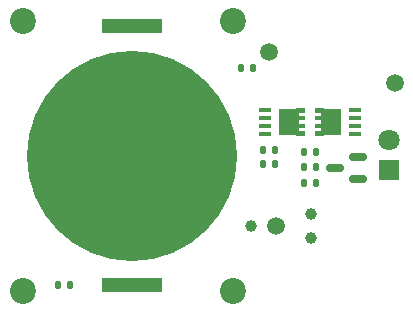
<source format=gts>
%TF.GenerationSoftware,KiCad,Pcbnew,7.0.6*%
%TF.CreationDate,2024-04-07T09:56:08-04:00*%
%TF.ProjectId,Safe-To-Mate-O-Matic-v4,53616665-2d54-46f2-9d4d-6174652d4f2d,rev?*%
%TF.SameCoordinates,Original*%
%TF.FileFunction,Soldermask,Top*%
%TF.FilePolarity,Negative*%
%FSLAX46Y46*%
G04 Gerber Fmt 4.6, Leading zero omitted, Abs format (unit mm)*
G04 Created by KiCad (PCBNEW 7.0.6) date 2024-04-07 09:56:08*
%MOMM*%
%LPD*%
G01*
G04 APERTURE LIST*
G04 Aperture macros list*
%AMRoundRect*
0 Rectangle with rounded corners*
0 $1 Rounding radius*
0 $2 $3 $4 $5 $6 $7 $8 $9 X,Y pos of 4 corners*
0 Add a 4 corners polygon primitive as box body*
4,1,4,$2,$3,$4,$5,$6,$7,$8,$9,$2,$3,0*
0 Add four circle primitives for the rounded corners*
1,1,$1+$1,$2,$3*
1,1,$1+$1,$4,$5*
1,1,$1+$1,$6,$7*
1,1,$1+$1,$8,$9*
0 Add four rect primitives between the rounded corners*
20,1,$1+$1,$2,$3,$4,$5,0*
20,1,$1+$1,$4,$5,$6,$7,0*
20,1,$1+$1,$6,$7,$8,$9,0*
20,1,$1+$1,$8,$9,$2,$3,0*%
%AMFreePoly0*
4,1,21,1.372500,0.787500,0.862500,0.787500,0.862500,0.532500,1.372500,0.532500,1.372500,0.127500,0.862500,0.127500,0.862500,-0.127500,1.372500,-0.127500,1.372500,-0.532500,0.862500,-0.532500,0.862500,-0.787500,1.372500,-0.787500,1.372500,-1.195000,0.612500,-1.195000,0.612500,-1.117500,-0.862500,-1.117500,-0.862500,1.117500,0.612500,1.117500,0.612500,1.195000,1.372500,1.195000,
1.372500,0.787500,1.372500,0.787500,$1*%
G04 Aperture macros list end*
%ADD10C,2.200000*%
%ADD11R,1.800000X1.800000*%
%ADD12C,1.800000*%
%ADD13C,1.500000*%
%ADD14RoundRect,0.135000X0.135000X0.185000X-0.135000X0.185000X-0.135000X-0.185000X0.135000X-0.185000X0*%
%ADD15R,0.990000X0.405000*%
%ADD16FreePoly0,0.000000*%
%ADD17RoundRect,0.140000X-0.140000X-0.170000X0.140000X-0.170000X0.140000X0.170000X-0.140000X0.170000X0*%
%ADD18FreePoly0,180.000000*%
%ADD19RoundRect,0.135000X-0.135000X-0.185000X0.135000X-0.185000X0.135000X0.185000X-0.135000X0.185000X0*%
%ADD20RoundRect,0.140000X0.140000X0.170000X-0.140000X0.170000X-0.140000X-0.170000X0.140000X-0.170000X0*%
%ADD21R,5.080000X1.270000*%
%ADD22C,17.800000*%
%ADD23RoundRect,0.150000X0.587500X0.150000X-0.587500X0.150000X-0.587500X-0.150000X0.587500X-0.150000X0*%
%ADD24C,0.990600*%
G04 APERTURE END LIST*
D10*
%TO.C,H4*%
X159512000Y-94755000D03*
%TD*%
D11*
%TO.C,D3*%
X172720000Y-84582000D03*
D12*
X172720000Y-82042000D03*
%TD*%
D13*
%TO.C,TP4*%
X163144200Y-89281000D03*
%TD*%
D14*
%TO.C,R3*%
X166549800Y-83058000D03*
X165529800Y-83058000D03*
%TD*%
D10*
%TO.C,H3*%
X159512000Y-71895000D03*
%TD*%
D15*
%TO.C,Q1*%
X162268000Y-79502600D03*
X162268000Y-80162600D03*
X162268000Y-80822600D03*
X162268000Y-81482600D03*
D16*
X164260500Y-80492600D03*
%TD*%
D10*
%TO.C,H2*%
X141732000Y-71895000D03*
%TD*%
D17*
%TO.C,C7*%
X162080000Y-82880200D03*
X163040000Y-82880200D03*
%TD*%
D15*
%TO.C,Q3*%
X169837000Y-81482600D03*
X169837000Y-80822600D03*
X169837000Y-80162600D03*
X169837000Y-79502600D03*
D18*
X167844500Y-80492600D03*
%TD*%
D19*
%TO.C,R14*%
X162075400Y-84048600D03*
X163095400Y-84048600D03*
%TD*%
D20*
%TO.C,C3*%
X166519800Y-84277200D03*
X165559800Y-84277200D03*
%TD*%
D13*
%TO.C,TP6*%
X162585400Y-74523600D03*
%TD*%
D19*
%TO.C,R1*%
X165555200Y-85623400D03*
X166575200Y-85623400D03*
%TD*%
D21*
%TO.C,BT1*%
X151003000Y-72352400D03*
X151003000Y-94322400D03*
D22*
X151003000Y-83337400D03*
%TD*%
D10*
%TO.C,H1*%
X141732000Y-94755000D03*
%TD*%
D23*
%TO.C,Q2*%
X170076100Y-85303400D03*
X170076100Y-83403400D03*
X168201100Y-84353400D03*
%TD*%
D19*
%TO.C,R17*%
X144727200Y-94310200D03*
X145747200Y-94310200D03*
%TD*%
D14*
%TO.C,R15*%
X161241200Y-75869800D03*
X160221200Y-75869800D03*
%TD*%
D13*
%TO.C,TP1*%
X173228000Y-77216000D03*
%TD*%
D24*
%TO.C,J2*%
X161036000Y-89255600D03*
X166116000Y-88239600D03*
X166116000Y-90271600D03*
%TD*%
M02*

</source>
